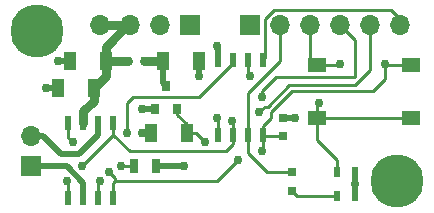
<source format=gbr>
G04 #@! TF.FileFunction,Copper,L1,Top,Signal*
%FSLAX46Y46*%
G04 Gerber Fmt 4.6, Leading zero omitted, Abs format (unit mm)*
G04 Created by KiCad (PCBNEW 4.0.7) date 07/25/18 13:49:51*
%MOMM*%
%LPD*%
G01*
G04 APERTURE LIST*
%ADD10C,0.100000*%
%ADD11R,1.000000X1.600000*%
%ADD12R,0.750000X0.800000*%
%ADD13R,0.600000X0.700000*%
%ADD14R,1.700000X1.700000*%
%ADD15O,1.700000X1.700000*%
%ADD16R,0.500000X0.900000*%
%ADD17R,0.700000X1.300000*%
%ADD18R,0.508000X1.143000*%
%ADD19C,4.500000*%
%ADD20R,0.800000X0.800000*%
%ADD21R,0.800000X0.900000*%
%ADD22R,1.550000X1.300000*%
%ADD23C,0.762000*%
%ADD24C,0.508000*%
%ADD25C,0.762000*%
%ADD26C,0.254000*%
G04 APERTURE END LIST*
D10*
D11*
X38632000Y-30480000D03*
X41632000Y-30480000D03*
X40616000Y-36576000D03*
X37616000Y-36576000D03*
X33758000Y-30480000D03*
X30758000Y-30480000D03*
X32742000Y-32766000D03*
X29742000Y-32766000D03*
D12*
X48768000Y-35318000D03*
X48768000Y-36818000D03*
D13*
X35622000Y-30480000D03*
X37022000Y-30480000D03*
D14*
X27432000Y-39370000D03*
D15*
X27432000Y-36830000D03*
D14*
X45974000Y-27432000D03*
D15*
X48514000Y-27432000D03*
X51054000Y-27432000D03*
X53594000Y-27432000D03*
X56134000Y-27432000D03*
X58674000Y-27432000D03*
D14*
X40894000Y-27432000D03*
D15*
X38354000Y-27432000D03*
X35814000Y-27432000D03*
X33274000Y-27432000D03*
D16*
X54852000Y-41910000D03*
X53352000Y-41910000D03*
X54852000Y-39878000D03*
X53352000Y-39878000D03*
D17*
X36134000Y-39370000D03*
X38034000Y-39370000D03*
D18*
X30607000Y-35687000D03*
X31877000Y-35687000D03*
X33147000Y-35687000D03*
X34417000Y-35687000D03*
X34417000Y-42037000D03*
X33147000Y-42037000D03*
X31877000Y-42037000D03*
X30607000Y-42037000D03*
D19*
X27940000Y-27940000D03*
X58420000Y-40640000D03*
D20*
X49530000Y-39840000D03*
X49530000Y-41440000D03*
D21*
X37912000Y-34528000D03*
X39812000Y-34528000D03*
X38862000Y-32528000D03*
D18*
X47117000Y-36703000D03*
X45847000Y-36703000D03*
X44577000Y-36703000D03*
X43307000Y-36703000D03*
X43307000Y-30353000D03*
X44577000Y-30353000D03*
X45847000Y-30353000D03*
X47117000Y-30353000D03*
D22*
X59606000Y-30770000D03*
X59606000Y-35270000D03*
X51646000Y-35270000D03*
X51646000Y-30770000D03*
D23*
X49784000Y-35306000D03*
X40386000Y-39370000D03*
X28702000Y-32766000D03*
X36830000Y-36576000D03*
X54864000Y-40894000D03*
X29718000Y-30480000D03*
X36830000Y-34544000D03*
X43180000Y-29210000D03*
X41656000Y-31750000D03*
X53594000Y-30734000D03*
X57404000Y-30734000D03*
X46990000Y-38100000D03*
X42164000Y-37338000D03*
X44450000Y-35560000D03*
X46990000Y-33528000D03*
X31750000Y-39370000D03*
X30480000Y-40640000D03*
X34036000Y-39878000D03*
X30988000Y-37338000D03*
X46736000Y-34798000D03*
X43180000Y-35306000D03*
X44958000Y-38862000D03*
X33274000Y-40640000D03*
X35560000Y-36576000D03*
X35052000Y-39370000D03*
X45974000Y-31750000D03*
X51816000Y-34036000D03*
D24*
X48768000Y-35318000D02*
X49772000Y-35318000D01*
X49772000Y-35318000D02*
X49784000Y-35306000D01*
X38034000Y-39370000D02*
X40386000Y-39370000D01*
X29742000Y-32766000D02*
X28702000Y-32766000D01*
X37616000Y-36576000D02*
X36830000Y-36576000D01*
X54852000Y-41910000D02*
X54852000Y-40906000D01*
X54852000Y-40882000D02*
X54864000Y-40894000D01*
X54852000Y-40882000D02*
X54852000Y-39878000D01*
X54852000Y-40906000D02*
X54864000Y-40894000D01*
X30758000Y-30480000D02*
X29718000Y-30480000D01*
X37912000Y-34528000D02*
X36846000Y-34528000D01*
X36846000Y-34528000D02*
X36830000Y-34544000D01*
X43307000Y-30353000D02*
X43307000Y-29337000D01*
X43307000Y-29337000D02*
X43180000Y-29210000D01*
X41632000Y-30480000D02*
X41632000Y-31726000D01*
X41632000Y-31726000D02*
X41656000Y-31750000D01*
X38632000Y-30480000D02*
X38632000Y-32298000D01*
X38632000Y-32298000D02*
X38862000Y-32528000D01*
D25*
X38632000Y-30480000D02*
X37022000Y-30480000D01*
D26*
X48768000Y-36818000D02*
X47232000Y-36818000D01*
X47232000Y-36818000D02*
X47117000Y-36703000D01*
X47117000Y-36703000D02*
X47117000Y-35941000D01*
X57404000Y-32004000D02*
X57404000Y-30734000D01*
X56388000Y-33020000D02*
X57404000Y-32004000D01*
X49530000Y-33020000D02*
X56388000Y-33020000D01*
X47752000Y-34798000D02*
X49530000Y-33020000D01*
X47752000Y-35306000D02*
X47752000Y-34798000D01*
X47117000Y-35941000D02*
X47752000Y-35306000D01*
X51646000Y-30770000D02*
X53558000Y-30770000D01*
X53558000Y-30770000D02*
X53594000Y-30734000D01*
X57440000Y-30770000D02*
X59606000Y-30770000D01*
X57404000Y-30734000D02*
X57440000Y-30770000D01*
X40616000Y-36576000D02*
X41402000Y-36576000D01*
X47117000Y-37973000D02*
X47117000Y-36703000D01*
X46990000Y-38100000D02*
X47117000Y-37973000D01*
X41402000Y-36576000D02*
X42164000Y-37338000D01*
X39812000Y-34528000D02*
X39812000Y-34986000D01*
X39812000Y-34986000D02*
X40616000Y-35790000D01*
X40616000Y-35790000D02*
X40616000Y-36576000D01*
X51054000Y-27432000D02*
X51054000Y-30178000D01*
X51054000Y-30178000D02*
X51646000Y-30770000D01*
X48629000Y-36703000D02*
X48768000Y-36564000D01*
D25*
X32742000Y-33806000D02*
X32742000Y-32766000D01*
X31877000Y-34671000D02*
X32742000Y-33806000D01*
X31877000Y-35687000D02*
X31877000Y-34671000D01*
X33758000Y-31750000D02*
X32742000Y-32766000D01*
X33758000Y-30480000D02*
X33758000Y-31750000D01*
X33758000Y-30480000D02*
X35622000Y-30480000D01*
X35814000Y-27432000D02*
X35560000Y-27432000D01*
X35560000Y-27432000D02*
X33758000Y-29234000D01*
X33758000Y-29234000D02*
X33758000Y-30480000D01*
X33274000Y-27432000D02*
X35814000Y-27432000D01*
D24*
X27432000Y-39370000D02*
X30480000Y-39370000D01*
X31877000Y-40767000D02*
X31877000Y-42037000D01*
X30480000Y-39370000D02*
X31877000Y-40767000D01*
X27432000Y-36830000D02*
X28448000Y-36830000D01*
X33147000Y-36703000D02*
X33147000Y-35687000D01*
X31496000Y-38354000D02*
X33147000Y-36703000D01*
X29972000Y-38354000D02*
X31496000Y-38354000D01*
X28448000Y-36830000D02*
X29972000Y-38354000D01*
D26*
X45847000Y-36703000D02*
X45847000Y-38227000D01*
X47460000Y-39840000D02*
X49530000Y-39840000D01*
X45847000Y-38227000D02*
X47460000Y-39840000D01*
X48514000Y-27432000D02*
X48514000Y-30480000D01*
X45847000Y-33147000D02*
X45847000Y-36703000D01*
X48514000Y-30480000D02*
X45847000Y-33147000D01*
X48203584Y-31775601D02*
X54838399Y-31775601D01*
X44577000Y-35687000D02*
X44450000Y-35560000D01*
X44577000Y-36703000D02*
X44577000Y-35687000D01*
X46990000Y-32989185D02*
X48203584Y-31775601D01*
X46990000Y-33528000D02*
X46990000Y-32989185D01*
X54864000Y-28702000D02*
X53594000Y-27432000D01*
X54864000Y-31750000D02*
X54864000Y-28702000D01*
X54838399Y-31775601D02*
X54864000Y-31750000D01*
X34417000Y-35687000D02*
X34417000Y-36703000D01*
X34417000Y-36703000D02*
X35814000Y-38100000D01*
X44577000Y-37465000D02*
X44577000Y-36703000D01*
X43942000Y-38100000D02*
X44577000Y-37465000D01*
X35814000Y-38100000D02*
X43942000Y-38100000D01*
X30607000Y-42037000D02*
X30607000Y-40767000D01*
X31750000Y-39370000D02*
X34417000Y-36703000D01*
X30607000Y-40767000D02*
X30480000Y-40640000D01*
X30607000Y-35687000D02*
X30607000Y-36957000D01*
X34544000Y-40386000D02*
X34544000Y-40640000D01*
X34036000Y-39878000D02*
X34544000Y-40386000D01*
X30607000Y-36957000D02*
X30988000Y-37338000D01*
X56134000Y-31242000D02*
X54864000Y-32512000D01*
X46736000Y-34798000D02*
X47225601Y-34308399D01*
X47479601Y-34308399D02*
X47225601Y-34308399D01*
X49276000Y-32512000D02*
X47479601Y-34308399D01*
X54864000Y-32512000D02*
X49276000Y-32512000D01*
X56134000Y-31242000D02*
X56134000Y-27432000D01*
X43307000Y-36703000D02*
X43307000Y-35433000D01*
X43307000Y-35433000D02*
X43180000Y-35306000D01*
X34544000Y-40640000D02*
X43180000Y-40640000D01*
X43180000Y-40640000D02*
X44958000Y-38862000D01*
X34417000Y-42037000D02*
X34417000Y-40767000D01*
X34417000Y-40767000D02*
X34544000Y-40640000D01*
X58674000Y-27432000D02*
X58674000Y-26924000D01*
X58674000Y-26924000D02*
X57912000Y-26162000D01*
X57912000Y-26162000D02*
X48006000Y-26162000D01*
X48006000Y-26162000D02*
X47244000Y-26924000D01*
X47244000Y-26924000D02*
X47244000Y-30226000D01*
X47244000Y-30226000D02*
X47117000Y-30353000D01*
X53352000Y-41910000D02*
X50000000Y-41910000D01*
X50000000Y-41910000D02*
X49530000Y-41440000D01*
X33147000Y-40767000D02*
X33147000Y-42037000D01*
X33274000Y-40640000D02*
X33147000Y-40767000D01*
X35560000Y-34036000D02*
X35560000Y-36576000D01*
X36068000Y-33528000D02*
X35560000Y-34036000D01*
X41656000Y-33528000D02*
X36068000Y-33528000D01*
X44577000Y-30607000D02*
X41656000Y-33528000D01*
X35052000Y-39370000D02*
X36134000Y-39370000D01*
X44577000Y-30353000D02*
X44577000Y-30607000D01*
X51646000Y-35270000D02*
X51646000Y-34206000D01*
X45847000Y-31623000D02*
X45847000Y-30353000D01*
X45974000Y-31750000D02*
X45847000Y-31623000D01*
X51646000Y-34206000D02*
X51816000Y-34036000D01*
X51646000Y-35270000D02*
X51646000Y-37168000D01*
X53352000Y-38874000D02*
X53352000Y-39878000D01*
X51646000Y-37168000D02*
X53352000Y-38874000D01*
X59606000Y-35270000D02*
X51646000Y-35270000D01*
M02*

</source>
